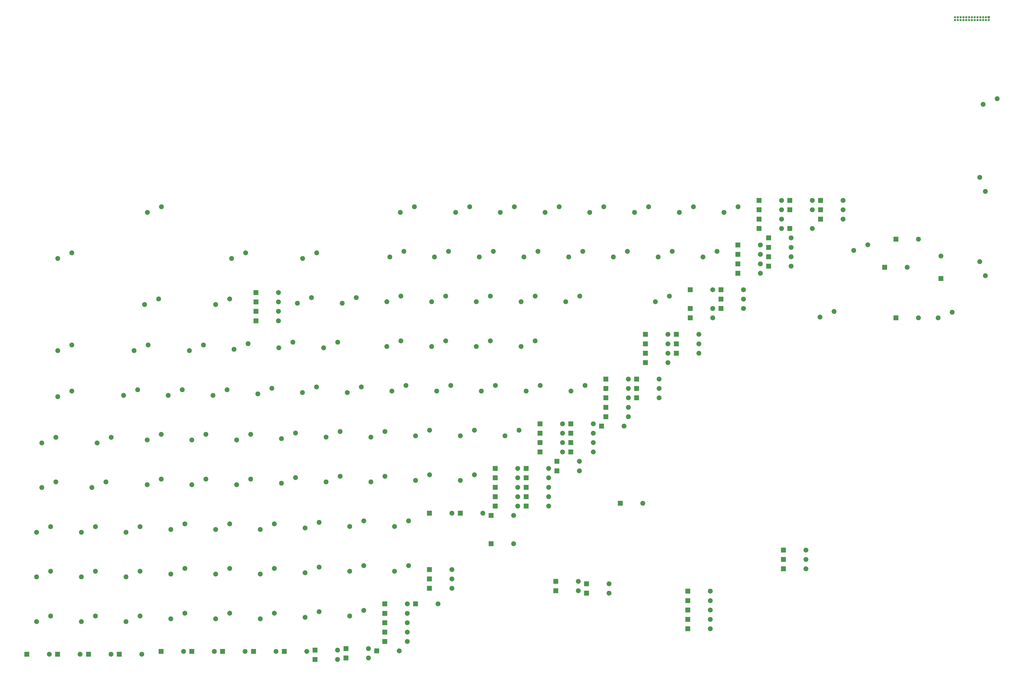
<source format=gbr>
%TF.GenerationSoftware,KiCad,Pcbnew,(6.0.7)*%
%TF.CreationDate,2022-08-27T20:37:34-04:00*%
%TF.ProjectId,das keyboard,64617320-6b65-4796-926f-6172642e6b69,rev?*%
%TF.SameCoordinates,Original*%
%TF.FileFunction,Copper,L1,Top*%
%TF.FilePolarity,Positive*%
%FSLAX46Y46*%
G04 Gerber Fmt 4.6, Leading zero omitted, Abs format (unit mm)*
G04 Created by KiCad (PCBNEW (6.0.7)) date 2022-08-27 20:37:34*
%MOMM*%
%LPD*%
G01*
G04 APERTURE LIST*
%TA.AperFunction,ComponentPad*%
%ADD10C,2.200000*%
%TD*%
%TA.AperFunction,ComponentPad*%
%ADD11R,1.000000X1.000000*%
%TD*%
%TA.AperFunction,ComponentPad*%
%ADD12O,1.000000X1.000000*%
%TD*%
%TA.AperFunction,ComponentPad*%
%ADD13R,2.200000X2.200000*%
%TD*%
%TA.AperFunction,ComponentPad*%
%ADD14O,2.200000X2.200000*%
%TD*%
G04 APERTURE END LIST*
D10*
%TO.P,Z_1,1,A*%
%TO.N,Net-(Z_1-Pad1)*%
X123450000Y-147260000D03*
%TO.P,Z_1,2,B*%
%TO.N,Tag11*%
X117100000Y-149800000D03*
%TD*%
%TO.P,Zero_1,1,A*%
%TO.N,Tag6*%
X232980000Y-66460000D03*
%TO.P,Zero_1,2,B*%
%TO.N,Net-(Zero_1-Pad2)*%
X226630000Y-69000000D03*
%TD*%
%TO.P,Y_1,1,A*%
%TO.N,Tag25*%
X42650000Y-149180000D03*
%TO.P,Y_1,2,B*%
%TO.N,Net-(Y_1-Pad2)*%
X36300000Y-151720000D03*
%TD*%
%TO.P,X_1,1,A*%
%TO.N,Net-(X_1-Pad1)*%
X43800000Y-229980000D03*
%TO.P,X_1,2,B*%
%TO.N,Tag12*%
X37450000Y-232520000D03*
%TD*%
%TO.P,W_1,1,A*%
%TO.N,Tag12*%
X-12040000Y-190860000D03*
%TO.P,W_1,2,B*%
%TO.N,Net-(W_1-Pad2)*%
X-18390000Y-193400000D03*
%TD*%
%TO.P,V_1,1,A*%
%TO.N,Tag10*%
X124600000Y-208500000D03*
%TO.P,V_1,2,B*%
%TO.N,Net-(V_1-Pad2)*%
X118250000Y-211040000D03*
%TD*%
%TO.P,U_1,1,A*%
%TO.N,Net-(U_1-Pad1)*%
X203260000Y-86660000D03*
%TO.P,U_1,2,B*%
%TO.N,Tag25*%
X196910000Y-89200000D03*
%TD*%
%TO.P,Up_Arrow1,1,A*%
%TO.N,Net-(Up_Arrow1-Pad1)*%
X134120000Y-187660000D03*
%TO.P,Up_Arrow1,2,B*%
%TO.N,Net-(Up_Arrow1-Pad2)*%
X127770000Y-190200000D03*
%TD*%
%TO.P,T_1,1,A*%
%TO.N,Net-(T_1-Pad1)*%
X-37000000Y-211060000D03*
%TO.P,T_1,2,B*%
%TO.N,Tag10*%
X-43350000Y-213600000D03*
%TD*%
%TO.P,TILDE_1,1,A*%
%TO.N,Tag11*%
X62850000Y-148540000D03*
%TO.P,TILDE_1,2,B*%
%TO.N,Net-(TILDE_1-Pad2)*%
X56500000Y-151080000D03*
%TD*%
%TO.P,TAB_1,1,A*%
%TO.N,Tag11*%
X83131250Y-87300000D03*
%TO.P,TAB_1,2,B*%
%TO.N,Net-(TAB_1-Pad2)*%
X76781250Y-89840000D03*
%TD*%
%TO.P,S_1,1,A*%
%TO.N,Tag12*%
X-16800000Y-231260000D03*
%TO.P,S_1,2,B*%
%TO.N,Net-(S_1-Pad2)*%
X-23150000Y-233800000D03*
%TD*%
%TO.P,Space_1,1,A*%
%TO.N,Tag18*%
X13006250Y-66460000D03*
%TO.P,Space_1,2,B*%
%TO.N,Net-(Space_1-Pad2)*%
X6656250Y-69000000D03*
%TD*%
%TO.P,Semicolon_1,1,A*%
%TO.N,Tag6*%
X142660000Y-86660000D03*
%TO.P,Semicolon_1,2,B*%
%TO.N,Net-(Semicolon_1-Pad2)*%
X136310000Y-89200000D03*
%TD*%
%TO.P,Scroll_Lock1,1,A*%
%TO.N,Tag24*%
X181750000Y-127060000D03*
%TO.P,Scroll_Lock1,2,B*%
%TO.N,Net-(Scroll_Lock1-Pad2)*%
X175400000Y-129600000D03*
%TD*%
%TO.P,R_1,1,A*%
%TO.N,Tag10*%
X43800000Y-250180000D03*
%TO.P,R_1,2,B*%
%TO.N,Net-(R_1-Pad2)*%
X37450000Y-252720000D03*
%TD*%
%TO.P,Right_Windows1,1,A*%
%TO.N,Net-(Right_Windows1-Pad1)*%
X80750000Y-107500000D03*
%TO.P,Right_Windows1,2,B*%
%TO.N,Tag3*%
X74400000Y-110040000D03*
%TD*%
%TO.P,Right_Shift1,1,A*%
%TO.N,Tag1*%
X11775000Y-108140000D03*
%TO.P,Right_Shift1,2,B*%
%TO.N,Net-(Right_Shift1-Pad2)*%
X5425000Y-110680000D03*
%TD*%
%TO.P,Right_Control1,1,A*%
%TO.N,Net-(D33-Pad1)*%
X73520000Y-188940000D03*
%TO.P,Right_Control1,2,B*%
%TO.N,Net-(Right_Control1-Pad2)*%
X67170000Y-191480000D03*
%TD*%
%TO.P,Right_Arrow1,1,A*%
%TO.N,Tag16*%
X73520000Y-168740000D03*
%TO.P,Right_Arrow1,2,B*%
%TO.N,Net-(Right_Arrow1-Pad2)*%
X67170000Y-171280000D03*
%TD*%
%TO.P,Right_Alt_1,1,A*%
%TO.N,Net-(Right_Alt_1-Pad1)*%
X-34618750Y-190860000D03*
%TO.P,Right_Alt_1,2,B*%
%TO.N,Tag24*%
X-40968750Y-193400000D03*
%TD*%
%TO.P,Q_1,1,A*%
%TO.N,Net-(Q_1-Pad1)*%
X64000000Y-209780000D03*
%TO.P,Q_1,2,B*%
%TO.N,Tag11*%
X57650000Y-212320000D03*
%TD*%
%TO.P,Question_Mark_1,1,A*%
%TO.N,Net-(Question_Mark_1-Pad1)*%
X3400000Y-251460000D03*
%TO.P,Question_Mark_1,2,B*%
%TO.N,Tag6*%
X-2950000Y-254000000D03*
%TD*%
%TO.P,P_1,1,A*%
%TO.N,Tag6*%
X31970000Y-128980000D03*
%TO.P,P_1,2,B*%
%TO.N,Net-(P_1-Pad2)*%
X25620000Y-131520000D03*
%TD*%
%TO.P,Print_Screen1,1,A*%
%TO.N,Tag24*%
X22450000Y-149180000D03*
%TO.P,Print_Screen1,2,B*%
%TO.N,Net-(Print_Screen1-Pad2)*%
X16100000Y-151720000D03*
%TD*%
%TO.P,Pause1,1,A*%
%TO.N,Tag17*%
X223460000Y-86660000D03*
%TO.P,Pause1,2,B*%
%TO.N,Net-(Pause1-Pad2)*%
X217110000Y-89200000D03*
%TD*%
%TO.P,PAGE_UP1,1,A*%
%TO.N,Net-(PAGE_UP1-Pad1)*%
X181750000Y-106860000D03*
%TO.P,PAGE_UP1,2,B*%
%TO.N,Net-(D18-Pad2)*%
X175400000Y-109400000D03*
%TD*%
%TO.P,PAGE_DOWN1,1,A*%
%TO.N,Net-(PAGE_DOWN1-Pad1)*%
X154320000Y-187660000D03*
%TO.P,PAGE_DOWN1,2,B*%
%TO.N,Net-(D18-Pad2)*%
X147970000Y-190200000D03*
%TD*%
%TO.P,O_1,1,A*%
%TO.N,Net-(O_1-Pad1)*%
X184050000Y-147260000D03*
%TO.P,O_1,2,B*%
%TO.N,Tag22*%
X177700000Y-149800000D03*
%TD*%
%TO.P,Open_Bracket_1,1,A*%
%TO.N,Net-(Open_Bracket_1-Pad1)*%
X121150000Y-127060000D03*
%TO.P,Open_Bracket_1,2,B*%
%TO.N,Tag6*%
X114800000Y-129600000D03*
%TD*%
%TO.P,N_1,1,A*%
%TO.N,Tag25*%
X161550000Y-127060000D03*
%TO.P,N_1,2,B*%
%TO.N,Net-(N_1-Pad2)*%
X155200000Y-129600000D03*
%TD*%
%TO.P,M_1,1,A*%
%TO.N,Net-(M_1-Pad1)*%
X23600000Y-250180000D03*
%TO.P,M_1,2,B*%
%TO.N,Tag25*%
X17250000Y-252720000D03*
%TD*%
%TO.P,Minus1,1,A*%
%TO.N,Net-(Minus1-Pad1)*%
X172380000Y-66460000D03*
%TO.P,Minus1,2,B*%
%TO.N,Tag6*%
X166030000Y-69000000D03*
%TD*%
%TO.P,Less_Than_1,1,A*%
%TO.N,Net-(Less_Than_1-Pad1)*%
X141350000Y-127060000D03*
%TO.P,Less_Than_1,2,B*%
%TO.N,unconnected-(Less_Than_1-Pad2)*%
X135000000Y-129600000D03*
%TD*%
%TO.P,Left_Win_1,1,A*%
%TO.N,Net-(Left_Win_1-Pad1)*%
X-9658750Y-170660000D03*
%TO.P,Left_Win_1,2,B*%
%TO.N,Tag23*%
X-16008750Y-173200000D03*
%TD*%
%TO.P,Left_Shift_2,1,A*%
%TO.N,Net-(Left_Shift_2-Pad1)*%
X-27475000Y-149820000D03*
%TO.P,Left_Shift_2,2,B*%
%TO.N,Tag1*%
X-33825000Y-152360000D03*
%TD*%
%TO.P,Left_Shift_1,1,A*%
%TO.N,Tag1*%
X51025000Y-87300000D03*
%TO.P,Left_Shift_1,2,B*%
%TO.N,Net-(Left_Shift_1-Pad2)*%
X44675000Y-89840000D03*
%TD*%
%TO.P,Left_Control_1,1,A*%
%TO.N,Net-(Left_Control_1-Pad1)*%
X43881250Y-108140000D03*
%TO.P,Left_Control_1,2,B*%
%TO.N,Tag5*%
X37531250Y-110680000D03*
%TD*%
%TO.P,Left_Arrow1,1,A*%
%TO.N,Net-(Up_Arrow1-Pad2)*%
X-16800000Y-251460000D03*
%TO.P,Left_Arrow1,2,B*%
%TO.N,Net-(D31-Pad1)*%
X-23150000Y-254000000D03*
%TD*%
%TO.P,Left_Alt_1,1,A*%
%TO.N,Net-(Left_Alt_1-Pad1)*%
X-34618750Y-170660000D03*
%TO.P,Left_Alt_1,2,B*%
%TO.N,Tag24*%
X-40968750Y-173200000D03*
%TD*%
%TO.P,K_F12_1,1,A*%
%TO.N,Net-(K_F12_1-Pad1)*%
X104400000Y-208500000D03*
%TO.P,K_F12_1,2,B*%
%TO.N,unconnected-(K_F12_1-Pad2)*%
X98050000Y-211040000D03*
%TD*%
%TO.P,K_F11_1,1,A*%
%TO.N,Net-(K_F11_1-Pad1)*%
X33120000Y-169380000D03*
%TO.P,K_F11_1,2,B*%
%TO.N,Tag6*%
X26770000Y-171920000D03*
%TD*%
%TO.P,K_F10_1,1,A*%
%TO.N,Net-(K_F10_1-Pad1)*%
X23600000Y-229980000D03*
%TO.P,K_F10_1,2,B*%
%TO.N,Tag6*%
X17250000Y-232520000D03*
%TD*%
%TO.P,K_1,1,A*%
%TO.N,Tag7*%
X84200000Y-249540000D03*
%TO.P,K_1,2,B*%
%TO.N,Net-(K_1-Pad2)*%
X77850000Y-252080000D03*
%TD*%
%TO.P,KP_STAR1,1,A*%
%TO.N,Net-(KP_STAR1-Pad1)*%
X64000000Y-250180000D03*
%TO.P,KP_STAR1,2,B*%
%TO.N,Tag15*%
X57650000Y-252720000D03*
%TD*%
%TO.P,KP_SLASH1,1,A*%
%TO.N,Net-(D9-Pad1)*%
X100950000Y-107500000D03*
%TO.P,KP_SLASH1,2,B*%
%TO.N,Tag16*%
X94600000Y-110040000D03*
%TD*%
%TO.P,KP_PLUS1,1,A*%
%TO.N,Tag4*%
X382480000Y-53160000D03*
%TO.P,KP_PLUS1,2,B*%
%TO.N,Net-(D2-Pad1)*%
X385020000Y-59510000D03*
%TD*%
%TO.P,KP_NUM1,1,A*%
%TO.N,Net-(D13-Pad1)*%
X84200000Y-209140000D03*
%TO.P,KP_NUM1,2,B*%
%TO.N,Tag18*%
X77850000Y-211680000D03*
%TD*%
%TO.P,KP_MINUS1,1,A*%
%TO.N,Net-(KP_MINUS1-Pad1)*%
X390420000Y-17600000D03*
%TO.P,KP_MINUS1,2,B*%
%TO.N,Tag15*%
X384070000Y-20140000D03*
%TD*%
%TO.P,KP_ENTER1,1,A*%
%TO.N,Tag4*%
X382480000Y-91260000D03*
%TO.P,KP_ENTER1,2,B*%
%TO.N,Net-(KP_ENTER1-Pad2)*%
X385020000Y-97610000D03*
%TD*%
%TO.P,KP_DOT_1,1,A*%
%TO.N,Tag16*%
X370100000Y-114120000D03*
%TO.P,KP_DOT_1,2,B*%
%TO.N,Net-(D17-Pad1)*%
X363750000Y-116660000D03*
%TD*%
%TO.P,KP_9_1,1,A*%
%TO.N,Net-(D5-Pad1)*%
X154320000Y-167460000D03*
%TO.P,KP_9_1,2,B*%
%TO.N,Tag15*%
X147970000Y-170000000D03*
%TD*%
%TO.P,KP_8_1,1,A*%
%TO.N,Net-(KP_8_1-Pad1)*%
X-37000000Y-251460000D03*
%TO.P,KP_8_1,2,B*%
%TO.N,Tag16*%
X-43350000Y-254000000D03*
%TD*%
%TO.P,KP_7_1,1,A*%
%TO.N,Tag6*%
X174520000Y-167460000D03*
%TO.P,KP_7_1,2,B*%
%TO.N,Tag18*%
X168170000Y-170000000D03*
%TD*%
%TO.P,KP_6_1,1,A*%
%TO.N,Net-(D6-Pad1)*%
X242350000Y-106860000D03*
%TO.P,KP_6_1,2,B*%
%TO.N,Tag15*%
X236000000Y-109400000D03*
%TD*%
%TO.P,KP_5_1,1,A*%
%TO.N,Net-(D11-Pad1)*%
X152180000Y-66460000D03*
%TO.P,KP_5_1,2,B*%
%TO.N,Tag16*%
X145830000Y-69000000D03*
%TD*%
%TO.P,KP_4_1,1,A*%
%TO.N,Net-(D15-Pad1)*%
X183060000Y-86660000D03*
%TO.P,KP_4_1,2,B*%
%TO.N,unconnected-(KP_4_1-Pad2)*%
X176710000Y-89200000D03*
%TD*%
%TO.P,KP_3_1,1,A*%
%TO.N,Net-(D7-Pad1)*%
X3400000Y-211060000D03*
%TO.P,KP_3_1,2,B*%
%TO.N,Tag15*%
X-2950000Y-213600000D03*
%TD*%
%TO.P,KP_2_1,1,A*%
%TO.N,Net-(D12-Pad1)*%
X332000000Y-83640000D03*
%TO.P,KP_2_1,2,B*%
%TO.N,Tag16*%
X325650000Y-86180000D03*
%TD*%
%TO.P,KP_1_1,1,A*%
%TO.N,Net-(D16-Pad1)*%
X-37000000Y-231260000D03*
%TO.P,KP_1_1,2,B*%
%TO.N,Tag18*%
X-43350000Y-233800000D03*
%TD*%
%TO.P,KP_0_1,1,A*%
%TO.N,Tag15*%
X316760000Y-113800000D03*
%TO.P,KP_0_1,2,B*%
%TO.N,Net-(D8-Pad1)*%
X310410000Y-116340000D03*
%TD*%
%TO.P,J_1,1,A*%
%TO.N,Net-(J_1-Pad1)*%
X143650000Y-147260000D03*
%TO.P,J_1,2,B*%
%TO.N,Tag25*%
X137300000Y-149800000D03*
%TD*%
%TO.P,INSERT1,1,A*%
%TO.N,Net-(INSERT1-Pad1)*%
X93720000Y-188300000D03*
%TO.P,INSERT1,2,B*%
%TO.N,Tag16*%
X87370000Y-190840000D03*
%TD*%
%TO.P,H_1,1,A*%
%TO.N,Tag25*%
X93720000Y-168100000D03*
%TO.P,H_1,2,B*%
%TO.N,Net-(H_1-Pad2)*%
X87370000Y-170640000D03*
%TD*%
%TO.P,HOME1,1,A*%
%TO.N,Net-(HOME1-Pad1)*%
X3400000Y-231260000D03*
%TO.P,HOME1,2,B*%
%TO.N,Net-(Up_Arrow1-Pad2)*%
X-2950000Y-233800000D03*
%TD*%
D11*
%TO.P,header1,1,Pin_1*%
%TO.N,Tag7*%
X386610000Y19230000D03*
D12*
%TO.P,header1,2,Pin_2*%
%TO.N,Tag24*%
X386610000Y17960000D03*
%TO.P,header1,3,Pin_3*%
%TO.N,Tag22*%
X385340000Y19230000D03*
%TO.P,header1,4,Pin_4*%
%TO.N,Tag25*%
X385340000Y17960000D03*
%TO.P,header1,5,Pin_5*%
%TO.N,Tag10*%
X384070000Y19230000D03*
%TO.P,header1,6,Pin_6*%
%TO.N,Tag26*%
X384070000Y17960000D03*
%TO.P,header1,7,Pin_7*%
%TO.N,Tag12*%
X382800000Y19230000D03*
%TO.P,header1,8,Pin_8*%
%TO.N,Tag11*%
X382800000Y17960000D03*
%TO.P,header1,9,Pin_9*%
%TO.N,Tag17*%
X381530000Y19230000D03*
%TO.P,header1,10,Pin_10*%
%TO.N,Tag6*%
X381530000Y17960000D03*
%TO.P,header1,11,Pin_11*%
%TO.N,Tag7*%
X380260000Y19230000D03*
%TO.P,header1,12,Pin_12*%
%TO.N,Tag5*%
X380260000Y17960000D03*
%TO.P,header1,13,Pin_13*%
%TO.N,Tag16*%
X378990000Y19230000D03*
%TO.P,header1,14,Pin_14*%
%TO.N,Tag6*%
X378990000Y17960000D03*
%TO.P,header1,15,Pin_15*%
%TO.N,Tag18*%
X377720000Y19230000D03*
%TO.P,header1,16,Pin_16*%
%TO.N,Tag20*%
X377720000Y17960000D03*
%TO.P,header1,17,Pin_17*%
%TO.N,Tag21*%
X376450000Y19230000D03*
%TO.P,header1,18,Pin_18*%
%TO.N,Tag13*%
X376450000Y17960000D03*
%TO.P,header1,19,Pin_19*%
%TO.N,Tag14*%
X375180000Y19230000D03*
%TO.P,header1,20,Pin_20*%
%TO.N,Tag15*%
X375180000Y17960000D03*
%TO.P,header1,21,Pin_21*%
%TO.N,Tag19*%
X373910000Y19230000D03*
%TO.P,header1,22,Pin_22*%
%TO.N,Tag2*%
X373910000Y17960000D03*
%TO.P,header1,23,Pin_23*%
%TO.N,Tag3*%
X372640000Y19230000D03*
%TO.P,header1,24,Pin_24*%
%TO.N,Tag23*%
X372640000Y17960000D03*
%TO.P,header1,25,Pin_25*%
%TO.N,Tag1*%
X371370000Y19230000D03*
%TO.P,header1,26,Pin_26*%
%TO.N,Tag4*%
X371370000Y17960000D03*
%TD*%
D10*
%TO.P,G_1,1,A*%
%TO.N,Net-(G_1-Pad1)*%
X113920000Y-168100000D03*
%TO.P,G_1,2,B*%
%TO.N,Tag10*%
X107570000Y-170640000D03*
%TD*%
%TO.P,Greater_Than_1,1,A*%
%TO.N,Net-(Greater_Than_1-Pad1)*%
X92570000Y-127700000D03*
%TO.P,Greater_Than_1,2,B*%
%TO.N,Net-(Greater_Than_1-Pad2)*%
X86220000Y-130240000D03*
%TD*%
%TO.P,F_1,1,A*%
%TO.N,Tag10*%
X192580000Y-66460000D03*
%TO.P,F_1,2,B*%
%TO.N,Net-(F_1-Pad2)*%
X186230000Y-69000000D03*
%TD*%
%TO.P,F9_1,1,A*%
%TO.N,Tag6*%
X212780000Y-66460000D03*
%TO.P,F9_1,2,B*%
%TO.N,Net-(F9_1-Pad2)*%
X206430000Y-69000000D03*
%TD*%
%TO.P,F8_1,1,A*%
%TO.N,Net-(F8_1-Pad1)*%
X43800000Y-209780000D03*
%TO.P,F8_1,2,B*%
%TO.N,Tag22*%
X37450000Y-212320000D03*
%TD*%
%TO.P,F7_1,1,A*%
%TO.N,Tag22*%
X121150000Y-106860000D03*
%TO.P,F7_1,2,B*%
%TO.N,Net-(F7_1-Pad2)*%
X114800000Y-109400000D03*
%TD*%
%TO.P,F6_1,1,A*%
%TO.N,Net-(F6_1-Pad1)*%
X124600000Y-228700000D03*
%TO.P,F6_1,2,B*%
%TO.N,Tag7*%
X118250000Y-231240000D03*
%TD*%
%TO.P,F5_1,1,A*%
%TO.N,Tag6*%
X103250000Y-147900000D03*
%TO.P,F5_1,2,B*%
%TO.N,Net-(F5_1-Pad2)*%
X96900000Y-150440000D03*
%TD*%
%TO.P,F4_1,1,A*%
%TO.N,Net-(F4_1-Pad1)*%
X53320000Y-189580000D03*
%TO.P,F4_1,2,B*%
%TO.N,Tag26*%
X46970000Y-192120000D03*
%TD*%
%TO.P,F3_1,1,A*%
%TO.N,Net-(F3_1-Pad1)*%
X23600000Y-209780000D03*
%TO.P,F3_1,2,B*%
%TO.N,Tag26*%
X17250000Y-212320000D03*
%TD*%
%TO.P,F2_1,1,A*%
%TO.N,Net-(F2_1-Pad1)*%
X104400000Y-248900000D03*
%TO.P,F2_1,2,B*%
%TO.N,Tag26*%
X98050000Y-251440000D03*
%TD*%
%TO.P,F1_1,1,A*%
%TO.N,Net-(F1_1-Pad1)*%
X204250000Y-147260000D03*
%TO.P,F1_1,2,B*%
%TO.N,Tag12*%
X197900000Y-149800000D03*
%TD*%
%TO.P,E_1,1,A*%
%TO.N,Net-(E_1-Pad1)*%
X273380000Y-66460000D03*
%TO.P,E_1,2,B*%
%TO.N,Tag26*%
X267030000Y-69000000D03*
%TD*%
%TO.P,EYE_1,1,A*%
%TO.N,unconnected-(EYE_1-Pad1)*%
X253180000Y-66460000D03*
%TO.P,EYE_1,2,B*%
%TO.N,Net-(EYE_1-Pad2)*%
X246830000Y-69000000D03*
%TD*%
%TO.P,ESC_1,1,A*%
%TO.N,Tag11*%
X201950000Y-106860000D03*
%TO.P,ESC_1,2,B*%
%TO.N,Net-(ESC_1-Pad2)*%
X195600000Y-109400000D03*
%TD*%
%TO.P,Enter1,1,A*%
%TO.N,Tag6*%
X-27475000Y-87300000D03*
%TO.P,Enter1,2,B*%
%TO.N,Net-(Enter1-Pad2)*%
X-33825000Y-89840000D03*
%TD*%
%TO.P,END1,1,A*%
%TO.N,Net-(END1-Pad1)*%
X12920000Y-169380000D03*
%TO.P,END1,2,B*%
%TO.N,Net-(Up_Arrow1-Pad2)*%
X6570000Y-171920000D03*
%TD*%
%TO.P,ELL_1,1,A*%
%TO.N,Net-(Semicolon_1-Pad2)*%
X163850000Y-147260000D03*
%TO.P,ELL_1,2,B*%
%TO.N,Tag22*%
X157500000Y-149800000D03*
%TD*%
%TO.P,D_1,1,A*%
%TO.N,Net-(D_1-Pad1)*%
X104400000Y-228700000D03*
%TO.P,D_1,2,B*%
%TO.N,Tag26*%
X98050000Y-231240000D03*
%TD*%
%TO.P,Down_Arrow1,1,A*%
%TO.N,Tag18*%
X243660000Y-86660000D03*
%TO.P,Down_Arrow1,2,B*%
%TO.N,Net-(D27-Pad1)*%
X237310000Y-89200000D03*
%TD*%
%TO.P,DELETE1,1,A*%
%TO.N,Net-(DELETE1-Pad1)*%
X72370000Y-127700000D03*
%TO.P,DELETE1,2,B*%
%TO.N,Tag18*%
X66020000Y-130240000D03*
%TD*%
D13*
%TO.P,D108,1,K*%
%TO.N,Net-(Left_Control_1-Pad1)*%
X265695000Y-112465000D03*
D14*
%TO.P,D108,2,A*%
%TO.N,Net-(D106-Pad2)*%
X275855000Y-112465000D03*
%TD*%
D13*
%TO.P,D107,1,K*%
%TO.N,Net-(TAB_1-Pad2)*%
X191090000Y-235820000D03*
D14*
%TO.P,D107,2,A*%
%TO.N,Net-(D101-Pad2)*%
X201250000Y-235820000D03*
%TD*%
D13*
%TO.P,D106,1,K*%
%TO.N,Net-(TILDE_1-Pad2)*%
X250720000Y-257240000D03*
D14*
%TO.P,D106,2,A*%
%TO.N,Net-(D106-Pad2)*%
X260880000Y-257240000D03*
%TD*%
D13*
%TO.P,D105,1,K*%
%TO.N,Net-(ESC_1-Pad2)*%
X265695000Y-103965000D03*
D14*
%TO.P,D105,2,A*%
%TO.N,Tag7*%
X275855000Y-103965000D03*
%TD*%
D13*
%TO.P,D104,1,K*%
%TO.N,Net-(CAPS_1-Pad1)*%
X250720000Y-248740000D03*
D14*
%TO.P,D104,2,A*%
%TO.N,Net-(D101-Pad2)*%
X260880000Y-248740000D03*
%TD*%
D13*
%TO.P,D103,1,K*%
%TO.N,Net-(Left_Win_1-Pad1)*%
X293900000Y-221630000D03*
D14*
%TO.P,D103,2,A*%
%TO.N,Net-(D101-Pad2)*%
X304060000Y-221630000D03*
%TD*%
D13*
%TO.P,D102,1,K*%
%TO.N,Net-(Left_Shift_2-Pad1)*%
X40655000Y-267485000D03*
D14*
%TO.P,D102,2,A*%
%TO.N,Net-(Left_Shift_1-Pad2)*%
X50815000Y-267485000D03*
%TD*%
D13*
%TO.P,D101,1,K*%
%TO.N,Net-(Left_Shift_2-Pad1)*%
X310635000Y-63565000D03*
D14*
%TO.P,D101,2,A*%
%TO.N,Net-(D101-Pad2)*%
X320795000Y-63565000D03*
%TD*%
D13*
%TO.P,D100,1,K*%
%TO.N,Net-(Z_1-Pad1)*%
X273295000Y-96515000D03*
D14*
%TO.P,D100,2,A*%
%TO.N,Net-(D100-Pad2)*%
X283455000Y-96515000D03*
%TD*%
D13*
%TO.P,D99,1,K*%
%TO.N,Net-(A_1-Pad1)*%
X220240000Y-200480000D03*
D14*
%TO.P,D99,2,A*%
%TO.N,Net-(D96-Pad2)*%
X230400000Y-200480000D03*
%TD*%
D13*
%TO.P,D98,1,K*%
%TO.N,Net-(Q_1-Pad1)*%
X197865000Y-164565000D03*
D14*
%TO.P,D98,2,A*%
%TO.N,Net-(D95-Pad2)*%
X208025000Y-164565000D03*
%TD*%
D13*
%TO.P,D97,1,K*%
%TO.N,Net-(1_1-Pad1)*%
X213685000Y-144365000D03*
D14*
%TO.P,D97,2,A*%
%TO.N,Tag5*%
X223845000Y-144365000D03*
%TD*%
D13*
%TO.P,D96,1,K*%
%TO.N,Net-(S_1-Pad2)*%
X310635000Y-72065000D03*
D14*
%TO.P,D96,2,A*%
%TO.N,Net-(D96-Pad2)*%
X320795000Y-72065000D03*
%TD*%
D13*
%TO.P,D95,1,K*%
%TO.N,Net-(W_1-Pad2)*%
X231585000Y-132665000D03*
D14*
%TO.P,D95,2,A*%
%TO.N,Net-(D95-Pad2)*%
X241745000Y-132665000D03*
%TD*%
D13*
%TO.P,D94,1,K*%
%TO.N,Net-(2_1-Pad2)*%
X55695000Y-109495000D03*
D14*
%TO.P,D94,2,A*%
%TO.N,Tag5*%
X65855000Y-109495000D03*
%TD*%
%TO.P,D93,2,A*%
%TO.N,Net-(D17-Pad2)*%
X354860000Y-81100000D03*
D13*
%TO.P,D93,1,K*%
%TO.N,Net-(Left_Alt_1-Pad1)*%
X344700000Y-81100000D03*
%TD*%
%TO.P,D92,1,K*%
%TO.N,Net-(X_1-Pad1)*%
X-6035000Y-268765000D03*
D14*
%TO.P,D92,2,A*%
%TO.N,Net-(D100-Pad2)*%
X4125000Y-268765000D03*
%TD*%
D13*
%TO.P,D91,1,K*%
%TO.N,Net-(3_1-Pad2)*%
X197865000Y-168815000D03*
D14*
%TO.P,D91,2,A*%
%TO.N,Tag5*%
X208025000Y-168815000D03*
%TD*%
D13*
%TO.P,D90,1,K*%
%TO.N,Net-(F1_1-Pad1)*%
X163755000Y-184765000D03*
D14*
%TO.P,D90,2,A*%
%TO.N,Net-(D82-Pad2)*%
X173915000Y-184765000D03*
%TD*%
D13*
%TO.P,D89,1,K*%
%TO.N,Net-(C_1-Pad1)*%
X183955000Y-173065000D03*
D14*
%TO.P,D89,2,A*%
%TO.N,Net-(D100-Pad2)*%
X194115000Y-173065000D03*
%TD*%
D13*
%TO.P,D88,1,K*%
%TO.N,Net-(D_1-Pad1)*%
X177665000Y-201765000D03*
D14*
%TO.P,D88,2,A*%
%TO.N,Tag21*%
X187825000Y-201765000D03*
%TD*%
D13*
%TO.P,D87,1,K*%
%TO.N,Net-(E_1-Pad1)*%
X-33855000Y-268765000D03*
D14*
%TO.P,D87,2,A*%
%TO.N,Tag14*%
X-23695000Y-268765000D03*
%TD*%
D13*
%TO.P,D86,1,K*%
%TO.N,Net-(V_1-Pad2)*%
X161855000Y-218765000D03*
D14*
%TO.P,D86,2,A*%
%TO.N,Net-(D100-Pad2)*%
X172015000Y-218765000D03*
%TD*%
D13*
%TO.P,D85,1,K*%
%TO.N,Net-(F_1-Pad2)*%
X177665000Y-189015000D03*
D14*
%TO.P,D85,2,A*%
%TO.N,Tag21*%
X187825000Y-189015000D03*
%TD*%
D13*
%TO.P,D84,1,K*%
%TO.N,Net-(R_1-Pad2)*%
X-47765000Y-268765000D03*
D14*
%TO.P,D84,2,A*%
%TO.N,Tag14*%
X-37605000Y-268765000D03*
%TD*%
D13*
%TO.P,D83,1,K*%
%TO.N,Net-(4_1-Pad2)*%
X227595000Y-144365000D03*
D14*
%TO.P,D83,2,A*%
%TO.N,Tag5*%
X237755000Y-144365000D03*
%TD*%
D13*
%TO.P,D82,1,K*%
%TO.N,Net-(F2_1-Pad1)*%
X282815000Y-72065000D03*
D14*
%TO.P,D82,2,A*%
%TO.N,Net-(D82-Pad2)*%
X292975000Y-72065000D03*
%TD*%
D13*
%TO.P,D81,1,K*%
%TO.N,Net-(B_1-Pad1)*%
X177665000Y-184765000D03*
D14*
%TO.P,D81,2,A*%
%TO.N,Net-(D31-Pad2)*%
X187825000Y-184765000D03*
%TD*%
D13*
%TO.P,D80,1,K*%
%TO.N,Net-(T_1-Pad1)*%
X282815000Y-67815000D03*
D14*
%TO.P,D80,2,A*%
%TO.N,Net-(D74-Pad2)*%
X292975000Y-67815000D03*
%TD*%
D13*
%TO.P,D79,1,K*%
%TO.N,Net-(5_1-Pad1)*%
X55695000Y-113745000D03*
D14*
%TO.P,D79,2,A*%
%TO.N,Net-(D50-Pad2)*%
X65855000Y-113745000D03*
%TD*%
D13*
%TO.P,D78,1,K*%
%TO.N,Net-(F3_1-Pad1)*%
X310635000Y-67815000D03*
D14*
%TO.P,D78,2,A*%
%TO.N,Net-(D74-Pad2)*%
X320795000Y-67815000D03*
%TD*%
D13*
%TO.P,D77,1,K*%
%TO.N,Net-(G_1-Pad1)*%
X213685000Y-152865000D03*
D14*
%TO.P,D77,2,A*%
%TO.N,Net-(D17-Pad2)*%
X223845000Y-152865000D03*
%TD*%
D13*
%TO.P,D76,1,K*%
%TO.N,Net-(N_1-Pad2)*%
X227595000Y-148615000D03*
D14*
%TO.P,D76,2,A*%
%TO.N,Net-(D31-Pad2)*%
X237755000Y-148615000D03*
%TD*%
D13*
%TO.P,D75,1,K*%
%TO.N,Net-(H_1-Pad2)*%
X183955000Y-168815000D03*
D14*
%TO.P,D75,2,A*%
%TO.N,Net-(D17-Pad2)*%
X194115000Y-168815000D03*
%TD*%
D13*
%TO.P,D74,1,K*%
%TO.N,Net-(Y_1-Pad2)*%
X82385000Y-266845000D03*
D14*
%TO.P,D74,2,A*%
%TO.N,Net-(D74-Pad2)*%
X92545000Y-266845000D03*
%TD*%
D13*
%TO.P,D73,1,K*%
%TO.N,Net-(6_1-Pad2)*%
X227595000Y-152865000D03*
D14*
%TO.P,D73,2,A*%
%TO.N,Net-(D50-Pad2)*%
X237755000Y-152865000D03*
%TD*%
D13*
%TO.P,D72,1,K*%
%TO.N,Net-(F4_1-Pad1)*%
X250720000Y-240240000D03*
D14*
%TO.P,D72,2,A*%
%TO.N,Tag7*%
X260880000Y-240240000D03*
%TD*%
D13*
%TO.P,D71,1,K*%
%TO.N,Net-(Space_1-Pad2)*%
X110205000Y-267255000D03*
D14*
%TO.P,D71,2,A*%
%TO.N,Net-(D17-Pad2)*%
X120365000Y-267255000D03*
%TD*%
D13*
%TO.P,D70,1,K*%
%TO.N,Net-(M_1-Pad1)*%
X12835000Y-267485000D03*
D14*
%TO.P,D70,2,A*%
%TO.N,Net-(D100-Pad2)*%
X22995000Y-267485000D03*
%TD*%
D13*
%TO.P,D69,1,K*%
%TO.N,Net-(J_1-Pad1)*%
X231585000Y-128415000D03*
D14*
%TO.P,D69,2,A*%
%TO.N,Tag21*%
X241745000Y-128415000D03*
%TD*%
D13*
%TO.P,D68,1,K*%
%TO.N,Net-(U_1-Pad1)*%
X251785000Y-116715000D03*
D14*
%TO.P,D68,2,A*%
%TO.N,Tag22*%
X261945000Y-116715000D03*
%TD*%
D13*
%TO.P,D67,1,K*%
%TO.N,Net-(7_1-Pad1)*%
X245495000Y-132665000D03*
D14*
%TO.P,D67,2,A*%
%TO.N,Tag5*%
X255655000Y-132665000D03*
%TD*%
D13*
%TO.P,D66,1,K*%
%TO.N,Net-(F5_1-Pad2)*%
X251785000Y-103965000D03*
D14*
%TO.P,D66,2,A*%
%TO.N,Tag5*%
X261945000Y-103965000D03*
%TD*%
D13*
%TO.P,D65,1,K*%
%TO.N,Net-(K_1-Pad2)*%
X113835000Y-258755000D03*
D14*
%TO.P,D65,2,A*%
%TO.N,Tag21*%
X123995000Y-258755000D03*
%TD*%
D13*
%TO.P,D64,1,K*%
%TO.N,Net-(EYE_1-Pad2)*%
X205000000Y-241120000D03*
D14*
%TO.P,D64,2,A*%
%TO.N,Tag22*%
X215160000Y-241120000D03*
%TD*%
D13*
%TO.P,D63,1,K*%
%TO.N,Net-(8_1-Pad2)*%
X191575000Y-185815000D03*
D14*
%TO.P,D63,2,A*%
%TO.N,Tag5*%
X201735000Y-185815000D03*
%TD*%
D13*
%TO.P,D62,1,K*%
%TO.N,Net-(F6_1-Pad1)*%
X296725000Y-63565000D03*
D14*
%TO.P,D62,2,A*%
%TO.N,Tag7*%
X306885000Y-63565000D03*
%TD*%
D13*
%TO.P,D61,1,K*%
%TO.N,Net-(Less_Than_1-Pad1)*%
X231585000Y-124165000D03*
D14*
%TO.P,D61,2,A*%
%TO.N,Net-(D100-Pad2)*%
X241745000Y-124165000D03*
%TD*%
D13*
%TO.P,D60,1,K*%
%TO.N,Net-(F7_1-Pad2)*%
X113835000Y-263005000D03*
D14*
%TO.P,D60,2,A*%
%TO.N,Tag6*%
X123995000Y-263005000D03*
%TD*%
D13*
%TO.P,D59,1,K*%
%TO.N,Net-(Greater_Than_1-Pad2)*%
X163755000Y-197515000D03*
D14*
%TO.P,D59,2,A*%
%TO.N,Net-(APPS1-Pad2)*%
X173915000Y-197515000D03*
%TD*%
D13*
%TO.P,D58,1,K*%
%TO.N,Net-(Greater_Than_1-Pad1)*%
X183955000Y-164565000D03*
D14*
%TO.P,D58,2,A*%
%TO.N,Net-(D100-Pad2)*%
X194115000Y-164565000D03*
%TD*%
D13*
%TO.P,D57,1,K*%
%TO.N,Net-(Semicolon_1-Pad2)*%
X339620000Y-93800000D03*
D14*
%TO.P,D57,2,A*%
%TO.N,Tag21*%
X349780000Y-93800000D03*
%TD*%
D13*
%TO.P,D56,1,K*%
%TO.N,Net-(O_1-Pad1)*%
X147945000Y-204965000D03*
D14*
%TO.P,D56,2,A*%
%TO.N,Tag14*%
X158105000Y-204965000D03*
%TD*%
D13*
%TO.P,D55,1,K*%
%TO.N,Net-(9_1-Pad1)*%
X273295000Y-83765000D03*
D14*
%TO.P,D55,2,A*%
%TO.N,Tag5*%
X283455000Y-83765000D03*
%TD*%
D13*
%TO.P,D54,1,K*%
%TO.N,Net-(F8_1-Pad1)*%
X127745000Y-246005000D03*
D14*
%TO.P,D54,2,A*%
%TO.N,Net-(D50-Pad2)*%
X137905000Y-246005000D03*
%TD*%
D13*
%TO.P,D53,1,K*%
%TO.N,Net-(Semicolon_1-Pad2)*%
X113835000Y-254505000D03*
D14*
%TO.P,D53,2,A*%
%TO.N,Tag21*%
X123995000Y-254505000D03*
%TD*%
D13*
%TO.P,D52,1,K*%
%TO.N,Net-(P_1-Pad2)*%
X287205000Y-93315000D03*
D14*
%TO.P,D52,2,A*%
%TO.N,Tag14*%
X297365000Y-93315000D03*
%TD*%
D13*
%TO.P,D51,1,K*%
%TO.N,Net-(Zero_1-Pad2)*%
X287205000Y-84815000D03*
D14*
%TO.P,D51,2,A*%
%TO.N,Tag5*%
X297365000Y-84815000D03*
%TD*%
D13*
%TO.P,D50,1,K*%
%TO.N,Net-(F9_1-Pad2)*%
X163755000Y-189015000D03*
D14*
%TO.P,D50,2,A*%
%TO.N,Net-(D50-Pad2)*%
X173915000Y-189015000D03*
%TD*%
D13*
%TO.P,D49,1,K*%
%TO.N,Net-(Question_Mark_1-Pad1)*%
X113835000Y-250255000D03*
D14*
%TO.P,D49,2,A*%
%TO.N,Net-(D31-Pad2)*%
X123995000Y-250255000D03*
%TD*%
D13*
%TO.P,D48,1,K*%
%TO.N,Net-(Open_Bracket_1-Pad1)*%
X287205000Y-80565000D03*
D14*
%TO.P,D48,2,A*%
%TO.N,Net-(D44-Pad2)*%
X297365000Y-80565000D03*
%TD*%
D13*
%TO.P,D47,1,K*%
%TO.N,Net-(Minus1-Pad1)*%
X134035000Y-204965000D03*
D14*
%TO.P,D47,2,A*%
%TO.N,Tag20*%
X144195000Y-204965000D03*
%TD*%
D13*
%TO.P,D46,1,K*%
%TO.N,Net-(Apostrophe_1-Pad1)*%
X134035000Y-230465000D03*
D14*
%TO.P,D46,2,A*%
%TO.N,Net-(D17-Pad2)*%
X144195000Y-230465000D03*
%TD*%
D13*
%TO.P,D45,1,K*%
%TO.N,Net-(Right_Alt_1-Pad1)*%
X205000000Y-236870000D03*
D14*
%TO.P,D45,2,A*%
%TO.N,Net-(D31-Pad2)*%
X215160000Y-236870000D03*
%TD*%
D13*
%TO.P,D44,1,K*%
%TO.N,Net-(Close_Bracket1-Pad1)*%
X265695000Y-108215000D03*
D14*
%TO.P,D44,2,A*%
%TO.N,Net-(D44-Pad2)*%
X275855000Y-108215000D03*
%TD*%
D13*
%TO.P,D43,1,K*%
%TO.N,Net-(+=1-Pad1)*%
X293900000Y-230130000D03*
D14*
%TO.P,D43,2,A*%
%TO.N,Tag20*%
X304060000Y-230130000D03*
%TD*%
D13*
%TO.P,D42,1,K*%
%TO.N,Net-(Right_Shift1-Pad2)*%
X197865000Y-177315000D03*
D14*
%TO.P,D42,2,A*%
%TO.N,Tag21*%
X208025000Y-177315000D03*
%TD*%
D13*
%TO.P,D41,1,K*%
%TO.N,Net-(Enter1-Pad2)*%
X113835000Y-246005000D03*
D14*
%TO.P,D41,2,A*%
%TO.N,Net-(D100-Pad2)*%
X123995000Y-246005000D03*
%TD*%
D13*
%TO.P,D40,1,K*%
%TO.N,unconnected-(D40-Pad1)*%
X245495000Y-128415000D03*
D14*
%TO.P,D40,2,A*%
%TO.N,Tag21*%
X255655000Y-128415000D03*
%TD*%
D13*
%TO.P,D39,1,K*%
%TO.N,Net-(Backspace1-Pad1)*%
X-19945000Y-268765000D03*
D14*
%TO.P,D39,2,A*%
%TO.N,Tag13*%
X-9785000Y-268765000D03*
%TD*%
D13*
%TO.P,D38,1,K*%
%TO.N,Net-(Right_Control1-Pad2)*%
X54565000Y-267485000D03*
D14*
%TO.P,D38,2,A*%
%TO.N,Tag5*%
X64725000Y-267485000D03*
%TD*%
D13*
%TO.P,D37,1,K*%
%TO.N,Net-(Right_Windows1-Pad1)*%
X161855000Y-206015000D03*
D14*
%TO.P,D37,2,A*%
%TO.N,Tag21*%
X172015000Y-206015000D03*
%TD*%
D13*
%TO.P,D36,1,K*%
%TO.N,Net-(K_F10_1-Pad1)*%
X211775000Y-165615000D03*
D14*
%TO.P,D36,2,A*%
%TO.N,Tag5*%
X221935000Y-165615000D03*
%TD*%
D13*
%TO.P,D35,1,K*%
%TO.N,unconnected-(D35-Pad1)*%
X282815000Y-63565000D03*
D14*
%TO.P,D35,2,A*%
%TO.N,Net-(D31-Pad2)*%
X292975000Y-63565000D03*
%TD*%
D13*
%TO.P,D34,1,K*%
%TO.N,Net-(K_F11_1-Pad1)*%
X183955000Y-177315000D03*
D14*
%TO.P,D34,2,A*%
%TO.N,Tag7*%
X194115000Y-177315000D03*
%TD*%
D13*
%TO.P,D33,1,K*%
%TO.N,Net-(D33-Pad1)*%
X296725000Y-67815000D03*
D14*
%TO.P,D33,2,A*%
%TO.N,Tag19*%
X306885000Y-67815000D03*
%TD*%
D13*
%TO.P,D32,1,K*%
%TO.N,Net-(K_F12_1-Pad1)*%
X287205000Y-89065000D03*
D14*
%TO.P,D32,2,A*%
%TO.N,Net-(D31-Pad2)*%
X297365000Y-89065000D03*
%TD*%
D13*
%TO.P,D31,1,K*%
%TO.N,Net-(D31-Pad1)*%
X191090000Y-240070000D03*
D14*
%TO.P,D31,2,A*%
%TO.N,Net-(D31-Pad2)*%
X201250000Y-240070000D03*
%TD*%
D13*
%TO.P,D30,1,K*%
%TO.N,Net-(Print_Screen1-Pad2)*%
X134035000Y-238965000D03*
D14*
%TO.P,D30,2,A*%
%TO.N,Tag5*%
X144195000Y-238965000D03*
%TD*%
D13*
%TO.P,D29,1,K*%
%TO.N,Net-(DELETE1-Pad1)*%
X163755000Y-201765000D03*
D14*
%TO.P,D29,2,A*%
%TO.N,Tag20*%
X173915000Y-201765000D03*
%TD*%
D13*
%TO.P,D28,1,K*%
%TO.N,Net-(INSERT1-Pad1)*%
X96295000Y-266205000D03*
D14*
%TO.P,D28,2,A*%
%TO.N,Tag20*%
X106455000Y-266205000D03*
%TD*%
D13*
%TO.P,D27,1,K*%
%TO.N,Net-(D27-Pad1)*%
X191575000Y-181565000D03*
D14*
%TO.P,D27,2,A*%
%TO.N,Net-(D31-Pad2)*%
X201735000Y-181565000D03*
%TD*%
D13*
%TO.P,D26,1,K*%
%TO.N,Net-(Scroll_Lock1-Pad2)*%
X163755000Y-193265000D03*
D14*
%TO.P,D26,2,A*%
%TO.N,Tag6*%
X173915000Y-193265000D03*
%TD*%
D13*
%TO.P,D25,1,K*%
%TO.N,Net-(Up_Arrow1-Pad1)*%
X177665000Y-193265000D03*
D14*
%TO.P,D25,2,A*%
%TO.N,Net-(D17-Pad2)*%
X187825000Y-193265000D03*
%TD*%
D13*
%TO.P,D24,1,K*%
%TO.N,Net-(END1-Pad1)*%
X197865000Y-173065000D03*
D14*
%TO.P,D24,2,A*%
%TO.N,Tag5*%
X208025000Y-173065000D03*
%TD*%
D13*
%TO.P,D23,1,K*%
%TO.N,Net-(HOME1-Pad1)*%
X296725000Y-76315000D03*
D14*
%TO.P,D23,2,A*%
%TO.N,Tag20*%
X306885000Y-76315000D03*
%TD*%
D13*
%TO.P,D22,1,K*%
%TO.N,Net-(Right_Arrow1-Pad2)*%
X251785000Y-112465000D03*
D14*
%TO.P,D22,2,A*%
%TO.N,Tag2*%
X261945000Y-112465000D03*
%TD*%
D13*
%TO.P,D21,1,K*%
%TO.N,Net-(Pause1-Pad2)*%
X82385000Y-271095000D03*
D14*
%TO.P,D21,2,A*%
%TO.N,Tag6*%
X92545000Y-271095000D03*
%TD*%
D13*
%TO.P,D20,1,K*%
%TO.N,Net-(PAGE_DOWN1-Pad1)*%
X213685000Y-161365000D03*
D14*
%TO.P,D20,2,A*%
%TO.N,Tag5*%
X223845000Y-161365000D03*
%TD*%
D13*
%TO.P,D19,1,K*%
%TO.N,Net-(PAGE_UP1-Pad1)*%
X26745000Y-267485000D03*
D14*
%TO.P,D19,2,A*%
%TO.N,Tag20*%
X36905000Y-267485000D03*
%TD*%
D13*
%TO.P,D18,1,K*%
%TO.N,Tag15*%
X250720000Y-244490000D03*
D14*
%TO.P,D18,2,A*%
%TO.N,Net-(D18-Pad2)*%
X260880000Y-244490000D03*
%TD*%
%TO.P,D17,2,A*%
%TO.N,Net-(D17-Pad2)*%
X354860000Y-116660000D03*
D13*
%TO.P,D17,1,K*%
%TO.N,Net-(D17-Pad1)*%
X344700000Y-116660000D03*
%TD*%
%TO.P,D16,1,K*%
%TO.N,Net-(D16-Pad1)*%
X250720000Y-252990000D03*
D14*
%TO.P,D16,2,A*%
%TO.N,Tag21*%
X260880000Y-252990000D03*
%TD*%
D13*
%TO.P,D15,1,K*%
%TO.N,Net-(D15-Pad1)*%
X177665000Y-197515000D03*
D14*
%TO.P,D15,2,A*%
%TO.N,Tag13*%
X187825000Y-197515000D03*
%TD*%
D13*
%TO.P,D14,1,K*%
%TO.N,Tag6*%
X68475000Y-267485000D03*
D14*
%TO.P,D14,2,A*%
%TO.N,Tag14*%
X78635000Y-267485000D03*
%TD*%
D13*
%TO.P,D13,1,K*%
%TO.N,Net-(D13-Pad1)*%
X96295000Y-270455000D03*
D14*
%TO.P,D13,2,A*%
%TO.N,Tag19*%
X106455000Y-270455000D03*
%TD*%
D13*
%TO.P,D12,1,K*%
%TO.N,Net-(D12-Pad1)*%
X273295000Y-92265000D03*
D14*
%TO.P,D12,2,A*%
%TO.N,Tag21*%
X283455000Y-92265000D03*
%TD*%
D13*
%TO.P,D11,1,K*%
%TO.N,Net-(D11-Pad1)*%
X282815000Y-76315000D03*
D14*
%TO.P,D11,2,A*%
%TO.N,Tag13*%
X292975000Y-76315000D03*
%TD*%
D13*
%TO.P,D10,1,K*%
%TO.N,Net-(KP_8_1-Pad1)*%
X55695000Y-117995000D03*
D14*
%TO.P,D10,2,A*%
%TO.N,Tag14*%
X65855000Y-117995000D03*
%TD*%
D13*
%TO.P,D9,1,K*%
%TO.N,Net-(D9-Pad1)*%
X231585000Y-136915000D03*
D14*
%TO.P,D9,2,A*%
%TO.N,Tag19*%
X241745000Y-136915000D03*
%TD*%
D13*
%TO.P,D8,1,K*%
%TO.N,Net-(D8-Pad1)*%
X55695000Y-105245000D03*
D14*
%TO.P,D8,2,A*%
%TO.N,Net-(D17-Pad2)*%
X65855000Y-105245000D03*
%TD*%
D13*
%TO.P,D7,1,K*%
%TO.N,Net-(D7-Pad1)*%
X273295000Y-88015000D03*
D14*
%TO.P,D7,2,A*%
%TO.N,Tag21*%
X283455000Y-88015000D03*
%TD*%
D13*
%TO.P,D6,1,K*%
%TO.N,Net-(D6-Pad1)*%
X245495000Y-124165000D03*
D14*
%TO.P,D6,2,A*%
%TO.N,Tag13*%
X255655000Y-124165000D03*
%TD*%
D13*
%TO.P,D5,1,K*%
%TO.N,Net-(D5-Pad1)*%
X213685000Y-148615000D03*
D14*
%TO.P,D5,2,A*%
%TO.N,Tag14*%
X223845000Y-148615000D03*
%TD*%
D13*
%TO.P,D4,1,K*%
%TO.N,Net-(KP_STAR1-Pad1)*%
X293900000Y-225880000D03*
D14*
%TO.P,D4,2,A*%
%TO.N,Tag19*%
X304060000Y-225880000D03*
%TD*%
D13*
%TO.P,D3,1,K*%
%TO.N,Net-(KP_ENTER1-Pad2)*%
X365020000Y-98880000D03*
D14*
%TO.P,D3,2,A*%
%TO.N,Tag21*%
X365020000Y-88720000D03*
%TD*%
D13*
%TO.P,D2,1,K*%
%TO.N,Net-(D2-Pad1)*%
X213685000Y-157115000D03*
D14*
%TO.P,D2,2,A*%
%TO.N,Tag14*%
X223845000Y-157115000D03*
%TD*%
D13*
%TO.P,D1,1,K*%
%TO.N,Net-(KP_MINUS1-Pad1)*%
X134035000Y-234715000D03*
D14*
%TO.P,D1,2,A*%
%TO.N,Tag2*%
X144195000Y-234715000D03*
%TD*%
D10*
%TO.P,C_1,1,A*%
%TO.N,Net-(C_1-Pad1)*%
X113920000Y-188300000D03*
%TO.P,C_1,2,B*%
%TO.N,Tag26*%
X107570000Y-190840000D03*
%TD*%
%TO.P,Close_Bracket1,1,A*%
%TO.N,Net-(Close_Bracket1-Pad1)*%
X134120000Y-167460000D03*
%TO.P,Close_Bracket1,2,B*%
%TO.N,Tag7*%
X127770000Y-170000000D03*
%TD*%
%TO.P,CAPS_1,1,A*%
%TO.N,Net-(CAPS_1-Pad1)*%
X127222500Y-66460000D03*
%TO.P,CAPS_1,2,B*%
%TO.N,Tag12*%
X120872500Y-69000000D03*
%TD*%
%TO.P,B_1,1,A*%
%TO.N,Net-(B_1-Pad1)*%
X263860000Y-86660000D03*
%TO.P,B_1,2,B*%
%TO.N,Tag10*%
X257510000Y-89200000D03*
%TD*%
%TO.P,Backspace1,1,A*%
%TO.N,Net-(Backspace1-Pad1)*%
X-27475000Y-128980000D03*
%TO.P,Backspace1,2,B*%
%TO.N,Tag6*%
X-33825000Y-131520000D03*
%TD*%
%TO.P,Backslash1,1,A*%
%TO.N,Tag6*%
X7012500Y-128980000D03*
%TO.P,Backslash1,2,B*%
%TO.N,unconnected-(Backslash1-Pad2)*%
X662500Y-131520000D03*
%TD*%
%TO.P,A_1,1,A*%
%TO.N,Net-(A_1-Pad1)*%
X122460000Y-86660000D03*
%TO.P,A_1,2,B*%
%TO.N,Tag11*%
X116110000Y-89200000D03*
%TD*%
%TO.P,APPS1,1,A*%
%TO.N,unconnected-(APPS1-Pad1)*%
X162860000Y-86660000D03*
%TO.P,APPS1,2,B*%
%TO.N,Net-(APPS1-Pad2)*%
X156510000Y-89200000D03*
%TD*%
%TO.P,Apostrophe_1,1,A*%
%TO.N,Net-(Apostrophe_1-Pad1)*%
X83050000Y-147900000D03*
%TO.P,Apostrophe_1,2,B*%
%TO.N,Tag6*%
X76700000Y-150440000D03*
%TD*%
%TO.P,9_1,1,A*%
%TO.N,Net-(9_1-Pad1)*%
X53320000Y-169380000D03*
%TO.P,9_1,2,B*%
%TO.N,Tag22*%
X46970000Y-171920000D03*
%TD*%
%TO.P,8_1,1,A*%
%TO.N,Tag7*%
X2250000Y-149180000D03*
%TO.P,8_1,2,B*%
%TO.N,Net-(8_1-Pad2)*%
X-4100000Y-151720000D03*
%TD*%
%TO.P,7_1,1,A*%
%TO.N,Net-(7_1-Pad1)*%
X12920000Y-189580000D03*
%TO.P,7_1,2,B*%
%TO.N,Tag25*%
X6570000Y-192120000D03*
%TD*%
%TO.P,6_1,1,A*%
%TO.N,Tag25*%
X161550000Y-106860000D03*
%TO.P,6_1,2,B*%
%TO.N,Net-(6_1-Pad2)*%
X155200000Y-109400000D03*
%TD*%
%TO.P,5_1,1,A*%
%TO.N,Net-(5_1-Pad1)*%
X-16800000Y-211060000D03*
%TO.P,5_1,2,B*%
%TO.N,Tag10*%
X-23150000Y-213600000D03*
%TD*%
%TO.P,4_1,1,A*%
%TO.N,Tag10*%
X84200000Y-229340000D03*
%TO.P,4_1,2,B*%
%TO.N,Net-(4_1-Pad2)*%
X77850000Y-231880000D03*
%TD*%
%TO.P,3_1,1,A*%
%TO.N,Tag26*%
X52170000Y-128340000D03*
%TO.P,3_1,2,B*%
%TO.N,Net-(3_1-Pad2)*%
X45820000Y-130880000D03*
%TD*%
%TO.P,2_1,1,A*%
%TO.N,Tag12*%
X141350000Y-106860000D03*
%TO.P,2_1,2,B*%
%TO.N,Net-(2_1-Pad2)*%
X135000000Y-109400000D03*
%TD*%
%TO.P,1_1,1,A*%
%TO.N,Net-(1_1-Pad1)*%
X64000000Y-229980000D03*
%TO.P,1_1,2,B*%
%TO.N,Tag11*%
X57650000Y-232520000D03*
%TD*%
%TO.P,+=1,1,A*%
%TO.N,Net-(+=1-Pad1)*%
X33120000Y-189580000D03*
%TO.P,+=1,2,B*%
%TO.N,Tag7*%
X26770000Y-192120000D03*
%TD*%
M02*

</source>
